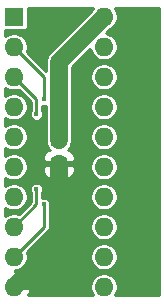
<source format=gbr>
G04 #@! TF.GenerationSoftware,KiCad,Pcbnew,(5.1.5)-3*
G04 #@! TF.CreationDate,2020-06-23T05:32:50-04:00*
G04 #@! TF.ProjectId,dip20soic,64697032-3073-46f6-9963-2e6b69636164,rev?*
G04 #@! TF.SameCoordinates,Original*
G04 #@! TF.FileFunction,Copper,L2,Bot*
G04 #@! TF.FilePolarity,Positive*
%FSLAX46Y46*%
G04 Gerber Fmt 4.6, Leading zero omitted, Abs format (unit mm)*
G04 Created by KiCad (PCBNEW (5.1.5)-3) date 2020-06-23 05:32:50*
%MOMM*%
%LPD*%
G04 APERTURE LIST*
%ADD10C,0.100000*%
%ADD11R,1.600000X1.600000*%
%ADD12O,1.600000X1.600000*%
%ADD13C,0.400000*%
%ADD14C,0.800000*%
%ADD15C,0.250000*%
%ADD16C,1.500000*%
%ADD17C,0.239000*%
G04 APERTURE END LIST*
G04 #@! TA.AperFunction,SMDPad,CuDef*
D10*
G36*
X110964505Y-80951204D02*
G01*
X110988773Y-80954804D01*
X111012572Y-80960765D01*
X111035671Y-80969030D01*
X111057850Y-80979520D01*
X111078893Y-80992132D01*
X111098599Y-81006747D01*
X111116777Y-81023223D01*
X111133253Y-81041401D01*
X111147868Y-81061107D01*
X111160480Y-81082150D01*
X111170970Y-81104329D01*
X111179235Y-81127428D01*
X111185196Y-81151227D01*
X111188796Y-81175495D01*
X111190000Y-81199999D01*
X111190000Y-81850001D01*
X111188796Y-81874505D01*
X111185196Y-81898773D01*
X111179235Y-81922572D01*
X111170970Y-81945671D01*
X111160480Y-81967850D01*
X111147868Y-81988893D01*
X111133253Y-82008599D01*
X111116777Y-82026777D01*
X111098599Y-82043253D01*
X111078893Y-82057868D01*
X111057850Y-82070480D01*
X111035671Y-82080970D01*
X111012572Y-82089235D01*
X110988773Y-82095196D01*
X110964505Y-82098796D01*
X110940001Y-82100000D01*
X110039999Y-82100000D01*
X110015495Y-82098796D01*
X109991227Y-82095196D01*
X109967428Y-82089235D01*
X109944329Y-82080970D01*
X109922150Y-82070480D01*
X109901107Y-82057868D01*
X109881401Y-82043253D01*
X109863223Y-82026777D01*
X109846747Y-82008599D01*
X109832132Y-81988893D01*
X109819520Y-81967850D01*
X109809030Y-81945671D01*
X109800765Y-81922572D01*
X109794804Y-81898773D01*
X109791204Y-81874505D01*
X109790000Y-81850001D01*
X109790000Y-81199999D01*
X109791204Y-81175495D01*
X109794804Y-81151227D01*
X109800765Y-81127428D01*
X109809030Y-81104329D01*
X109819520Y-81082150D01*
X109832132Y-81061107D01*
X109846747Y-81041401D01*
X109863223Y-81023223D01*
X109881401Y-81006747D01*
X109901107Y-80992132D01*
X109922150Y-80979520D01*
X109944329Y-80969030D01*
X109967428Y-80960765D01*
X109991227Y-80954804D01*
X110015495Y-80951204D01*
X110039999Y-80950000D01*
X110940001Y-80950000D01*
X110964505Y-80951204D01*
G37*
G04 #@! TD.AperFunction*
G04 #@! TA.AperFunction,SMDPad,CuDef*
G36*
X110964505Y-83001204D02*
G01*
X110988773Y-83004804D01*
X111012572Y-83010765D01*
X111035671Y-83019030D01*
X111057850Y-83029520D01*
X111078893Y-83042132D01*
X111098599Y-83056747D01*
X111116777Y-83073223D01*
X111133253Y-83091401D01*
X111147868Y-83111107D01*
X111160480Y-83132150D01*
X111170970Y-83154329D01*
X111179235Y-83177428D01*
X111185196Y-83201227D01*
X111188796Y-83225495D01*
X111190000Y-83249999D01*
X111190000Y-83900001D01*
X111188796Y-83924505D01*
X111185196Y-83948773D01*
X111179235Y-83972572D01*
X111170970Y-83995671D01*
X111160480Y-84017850D01*
X111147868Y-84038893D01*
X111133253Y-84058599D01*
X111116777Y-84076777D01*
X111098599Y-84093253D01*
X111078893Y-84107868D01*
X111057850Y-84120480D01*
X111035671Y-84130970D01*
X111012572Y-84139235D01*
X110988773Y-84145196D01*
X110964505Y-84148796D01*
X110940001Y-84150000D01*
X110039999Y-84150000D01*
X110015495Y-84148796D01*
X109991227Y-84145196D01*
X109967428Y-84139235D01*
X109944329Y-84130970D01*
X109922150Y-84120480D01*
X109901107Y-84107868D01*
X109881401Y-84093253D01*
X109863223Y-84076777D01*
X109846747Y-84058599D01*
X109832132Y-84038893D01*
X109819520Y-84017850D01*
X109809030Y-83995671D01*
X109800765Y-83972572D01*
X109794804Y-83948773D01*
X109791204Y-83924505D01*
X109790000Y-83900001D01*
X109790000Y-83249999D01*
X109791204Y-83225495D01*
X109794804Y-83201227D01*
X109800765Y-83177428D01*
X109809030Y-83154329D01*
X109819520Y-83132150D01*
X109832132Y-83111107D01*
X109846747Y-83091401D01*
X109863223Y-83073223D01*
X109881401Y-83056747D01*
X109901107Y-83042132D01*
X109922150Y-83029520D01*
X109944329Y-83019030D01*
X109967428Y-83010765D01*
X109991227Y-83004804D01*
X110015495Y-83001204D01*
X110039999Y-83000000D01*
X110940001Y-83000000D01*
X110964505Y-83001204D01*
G37*
G04 #@! TD.AperFunction*
D11*
X106680000Y-71120000D03*
D12*
X114300000Y-93980000D03*
X106680000Y-73660000D03*
X114300000Y-91440000D03*
X106680000Y-76200000D03*
X114300000Y-88900000D03*
X106680000Y-78740000D03*
X114300000Y-86360000D03*
X106680000Y-81280000D03*
X114300000Y-83820000D03*
X106680000Y-83820000D03*
X114300000Y-81280000D03*
X106680000Y-86360000D03*
X114300000Y-78740000D03*
X106680000Y-88900000D03*
X114300000Y-76200000D03*
X106680000Y-91440000D03*
X114300000Y-73660000D03*
X106680000Y-93980000D03*
X114300000Y-71120000D03*
D13*
X109220000Y-78105000D03*
X108585000Y-79375000D03*
X109220000Y-86995000D03*
X108585000Y-85725000D03*
D14*
X111125000Y-71755000D03*
X117729000Y-71628000D03*
X116586000Y-75438000D03*
X117602000Y-93218000D03*
X108966000Y-73279000D03*
D15*
X109220000Y-76200000D02*
X106680000Y-73660000D01*
X109220000Y-78105000D02*
X109220000Y-76200000D01*
X109220000Y-88900000D02*
X106680000Y-91440000D01*
X109220000Y-86995000D02*
X109220000Y-88900000D01*
X108585000Y-78105000D02*
X106680000Y-76200000D01*
X108585000Y-79375000D02*
X108585000Y-78105000D01*
D16*
X110490000Y-74930000D02*
X114300000Y-71120000D01*
X110490000Y-81525000D02*
X110490000Y-74930000D01*
X110490000Y-90170000D02*
X110490000Y-83575000D01*
X106680000Y-93980000D02*
X110490000Y-90170000D01*
D15*
X108585000Y-86995000D02*
X106680000Y-88900000D01*
X108585000Y-85725000D02*
X108585000Y-86995000D01*
D17*
G36*
X118961500Y-94704500D02*
G01*
X115209220Y-94704500D01*
X115326649Y-94528755D01*
X115413979Y-94317922D01*
X115458500Y-94094102D01*
X115458500Y-93865898D01*
X115413979Y-93642078D01*
X115326649Y-93431245D01*
X115199865Y-93241500D01*
X115038500Y-93080135D01*
X114848755Y-92953351D01*
X114637922Y-92866021D01*
X114414102Y-92821500D01*
X114185898Y-92821500D01*
X113962078Y-92866021D01*
X113751245Y-92953351D01*
X113561500Y-93080135D01*
X113400135Y-93241500D01*
X113273351Y-93431245D01*
X113186021Y-93642078D01*
X113141500Y-93865898D01*
X113141500Y-94094102D01*
X113186021Y-94317922D01*
X113273351Y-94528755D01*
X113390780Y-94704500D01*
X107909738Y-94704500D01*
X108026922Y-94452836D01*
X108062613Y-94335161D01*
X107943486Y-94114500D01*
X106814500Y-94114500D01*
X106814500Y-94134500D01*
X106545500Y-94134500D01*
X106545500Y-94114500D01*
X106525500Y-94114500D01*
X106525500Y-93845500D01*
X106545500Y-93845500D01*
X106545500Y-93825500D01*
X106814500Y-93825500D01*
X106814500Y-93845500D01*
X107943486Y-93845500D01*
X108062613Y-93624839D01*
X108026922Y-93507164D01*
X107908796Y-93253478D01*
X107743448Y-93027712D01*
X107537232Y-92838542D01*
X107298073Y-92693237D01*
X107035162Y-92597382D01*
X106814502Y-92715719D01*
X106814502Y-92594442D01*
X107017922Y-92553979D01*
X107228755Y-92466649D01*
X107418500Y-92339865D01*
X107579865Y-92178500D01*
X107706649Y-91988755D01*
X107793979Y-91777922D01*
X107838500Y-91554102D01*
X107838500Y-91325898D01*
X113141500Y-91325898D01*
X113141500Y-91554102D01*
X113186021Y-91777922D01*
X113273351Y-91988755D01*
X113400135Y-92178500D01*
X113561500Y-92339865D01*
X113751245Y-92466649D01*
X113962078Y-92553979D01*
X114185898Y-92598500D01*
X114414102Y-92598500D01*
X114637922Y-92553979D01*
X114848755Y-92466649D01*
X115038500Y-92339865D01*
X115199865Y-92178500D01*
X115326649Y-91988755D01*
X115413979Y-91777922D01*
X115458500Y-91554102D01*
X115458500Y-91325898D01*
X115413979Y-91102078D01*
X115326649Y-90891245D01*
X115199865Y-90701500D01*
X115038500Y-90540135D01*
X114848755Y-90413351D01*
X114637922Y-90326021D01*
X114414102Y-90281500D01*
X114185898Y-90281500D01*
X113962078Y-90326021D01*
X113751245Y-90413351D01*
X113561500Y-90540135D01*
X113400135Y-90701500D01*
X113273351Y-90891245D01*
X113186021Y-91102078D01*
X113141500Y-91325898D01*
X107838500Y-91325898D01*
X107793979Y-91102078D01*
X107766949Y-91036823D01*
X109545093Y-89258679D01*
X109563540Y-89243540D01*
X109623960Y-89169918D01*
X109668857Y-89085923D01*
X109696504Y-88994782D01*
X109703500Y-88923749D01*
X109703500Y-88923740D01*
X109705838Y-88900001D01*
X109703500Y-88876262D01*
X109703500Y-88785898D01*
X113141500Y-88785898D01*
X113141500Y-89014102D01*
X113186021Y-89237922D01*
X113273351Y-89448755D01*
X113400135Y-89638500D01*
X113561500Y-89799865D01*
X113751245Y-89926649D01*
X113962078Y-90013979D01*
X114185898Y-90058500D01*
X114414102Y-90058500D01*
X114637922Y-90013979D01*
X114848755Y-89926649D01*
X115038500Y-89799865D01*
X115199865Y-89638500D01*
X115326649Y-89448755D01*
X115413979Y-89237922D01*
X115458500Y-89014102D01*
X115458500Y-88785898D01*
X115413979Y-88562078D01*
X115326649Y-88351245D01*
X115199865Y-88161500D01*
X115038500Y-88000135D01*
X114848755Y-87873351D01*
X114637922Y-87786021D01*
X114414102Y-87741500D01*
X114185898Y-87741500D01*
X113962078Y-87786021D01*
X113751245Y-87873351D01*
X113561500Y-88000135D01*
X113400135Y-88161500D01*
X113273351Y-88351245D01*
X113186021Y-88562078D01*
X113141500Y-88785898D01*
X109703500Y-88785898D01*
X109703500Y-87276664D01*
X109714936Y-87259549D01*
X109757037Y-87157908D01*
X109778500Y-87050007D01*
X109778500Y-86939993D01*
X109757037Y-86832092D01*
X109714936Y-86730451D01*
X109653815Y-86638977D01*
X109576023Y-86561185D01*
X109484549Y-86500064D01*
X109382908Y-86457963D01*
X109275007Y-86436500D01*
X109164993Y-86436500D01*
X109068500Y-86455694D01*
X109068500Y-86245898D01*
X113141500Y-86245898D01*
X113141500Y-86474102D01*
X113186021Y-86697922D01*
X113273351Y-86908755D01*
X113400135Y-87098500D01*
X113561500Y-87259865D01*
X113751245Y-87386649D01*
X113962078Y-87473979D01*
X114185898Y-87518500D01*
X114414102Y-87518500D01*
X114637922Y-87473979D01*
X114848755Y-87386649D01*
X115038500Y-87259865D01*
X115199865Y-87098500D01*
X115326649Y-86908755D01*
X115413979Y-86697922D01*
X115458500Y-86474102D01*
X115458500Y-86245898D01*
X115413979Y-86022078D01*
X115326649Y-85811245D01*
X115199865Y-85621500D01*
X115038500Y-85460135D01*
X114848755Y-85333351D01*
X114637922Y-85246021D01*
X114414102Y-85201500D01*
X114185898Y-85201500D01*
X113962078Y-85246021D01*
X113751245Y-85333351D01*
X113561500Y-85460135D01*
X113400135Y-85621500D01*
X113273351Y-85811245D01*
X113186021Y-86022078D01*
X113141500Y-86245898D01*
X109068500Y-86245898D01*
X109068500Y-86006664D01*
X109079936Y-85989549D01*
X109122037Y-85887908D01*
X109143500Y-85780007D01*
X109143500Y-85669993D01*
X109122037Y-85562092D01*
X109079936Y-85460451D01*
X109018815Y-85368977D01*
X108941023Y-85291185D01*
X108849549Y-85230064D01*
X108747908Y-85187963D01*
X108640007Y-85166500D01*
X108529993Y-85166500D01*
X108422092Y-85187963D01*
X108320451Y-85230064D01*
X108228977Y-85291185D01*
X108151185Y-85368977D01*
X108090064Y-85460451D01*
X108047963Y-85562092D01*
X108026500Y-85669993D01*
X108026500Y-85780007D01*
X108047963Y-85887908D01*
X108090064Y-85989549D01*
X108101500Y-86006665D01*
X108101501Y-86794727D01*
X107083177Y-87813051D01*
X107017922Y-87786021D01*
X106794102Y-87741500D01*
X106565898Y-87741500D01*
X106342078Y-87786021D01*
X106131245Y-87873351D01*
X105955500Y-87990780D01*
X105955500Y-87269220D01*
X106131245Y-87386649D01*
X106342078Y-87473979D01*
X106565898Y-87518500D01*
X106794102Y-87518500D01*
X107017922Y-87473979D01*
X107228755Y-87386649D01*
X107418500Y-87259865D01*
X107579865Y-87098500D01*
X107706649Y-86908755D01*
X107793979Y-86697922D01*
X107838500Y-86474102D01*
X107838500Y-86245898D01*
X107793979Y-86022078D01*
X107706649Y-85811245D01*
X107579865Y-85621500D01*
X107418500Y-85460135D01*
X107228755Y-85333351D01*
X107017922Y-85246021D01*
X106794102Y-85201500D01*
X106565898Y-85201500D01*
X106342078Y-85246021D01*
X106131245Y-85333351D01*
X105955500Y-85450780D01*
X105955500Y-84729220D01*
X106131245Y-84846649D01*
X106342078Y-84933979D01*
X106565898Y-84978500D01*
X106794102Y-84978500D01*
X107017922Y-84933979D01*
X107228755Y-84846649D01*
X107418500Y-84719865D01*
X107579865Y-84558500D01*
X107706649Y-84368755D01*
X107793979Y-84157922D01*
X107795554Y-84150000D01*
X109159464Y-84150000D01*
X109171580Y-84273011D01*
X109207461Y-84391296D01*
X109265728Y-84500307D01*
X109344144Y-84595856D01*
X109439693Y-84674272D01*
X109548704Y-84732539D01*
X109666989Y-84768420D01*
X109790000Y-84780536D01*
X110198625Y-84777500D01*
X110355500Y-84620625D01*
X110355500Y-83709500D01*
X110624500Y-83709500D01*
X110624500Y-84620625D01*
X110781375Y-84777500D01*
X111190000Y-84780536D01*
X111313011Y-84768420D01*
X111431296Y-84732539D01*
X111540307Y-84674272D01*
X111635856Y-84595856D01*
X111714272Y-84500307D01*
X111772539Y-84391296D01*
X111808420Y-84273011D01*
X111820536Y-84150000D01*
X111817500Y-83866375D01*
X111660625Y-83709500D01*
X110624500Y-83709500D01*
X110355500Y-83709500D01*
X109319375Y-83709500D01*
X109162500Y-83866375D01*
X109159464Y-84150000D01*
X107795554Y-84150000D01*
X107838500Y-83934102D01*
X107838500Y-83705898D01*
X113141500Y-83705898D01*
X113141500Y-83934102D01*
X113186021Y-84157922D01*
X113273351Y-84368755D01*
X113400135Y-84558500D01*
X113561500Y-84719865D01*
X113751245Y-84846649D01*
X113962078Y-84933979D01*
X114185898Y-84978500D01*
X114414102Y-84978500D01*
X114637922Y-84933979D01*
X114848755Y-84846649D01*
X115038500Y-84719865D01*
X115199865Y-84558500D01*
X115326649Y-84368755D01*
X115413979Y-84157922D01*
X115458500Y-83934102D01*
X115458500Y-83705898D01*
X115413979Y-83482078D01*
X115326649Y-83271245D01*
X115199865Y-83081500D01*
X115038500Y-82920135D01*
X114848755Y-82793351D01*
X114637922Y-82706021D01*
X114414102Y-82661500D01*
X114185898Y-82661500D01*
X113962078Y-82706021D01*
X113751245Y-82793351D01*
X113561500Y-82920135D01*
X113400135Y-83081500D01*
X113273351Y-83271245D01*
X113186021Y-83482078D01*
X113141500Y-83705898D01*
X107838500Y-83705898D01*
X107793979Y-83482078D01*
X107706649Y-83271245D01*
X107579865Y-83081500D01*
X107418500Y-82920135D01*
X107228755Y-82793351D01*
X107017922Y-82706021D01*
X106794102Y-82661500D01*
X106565898Y-82661500D01*
X106342078Y-82706021D01*
X106131245Y-82793351D01*
X105955500Y-82910780D01*
X105955500Y-82189220D01*
X106131245Y-82306649D01*
X106342078Y-82393979D01*
X106565898Y-82438500D01*
X106794102Y-82438500D01*
X107017922Y-82393979D01*
X107228755Y-82306649D01*
X107418500Y-82179865D01*
X107579865Y-82018500D01*
X107706649Y-81828755D01*
X107793979Y-81617922D01*
X107838500Y-81394102D01*
X107838500Y-81165898D01*
X107793979Y-80942078D01*
X107706649Y-80731245D01*
X107579865Y-80541500D01*
X107418500Y-80380135D01*
X107228755Y-80253351D01*
X107017922Y-80166021D01*
X106794102Y-80121500D01*
X106565898Y-80121500D01*
X106342078Y-80166021D01*
X106131245Y-80253351D01*
X105955500Y-80370780D01*
X105955500Y-79649220D01*
X106131245Y-79766649D01*
X106342078Y-79853979D01*
X106565898Y-79898500D01*
X106794102Y-79898500D01*
X107017922Y-79853979D01*
X107228755Y-79766649D01*
X107418500Y-79639865D01*
X107579865Y-79478500D01*
X107706649Y-79288755D01*
X107793979Y-79077922D01*
X107838500Y-78854102D01*
X107838500Y-78625898D01*
X107793979Y-78402078D01*
X107706649Y-78191245D01*
X107579865Y-78001500D01*
X107418500Y-77840135D01*
X107228755Y-77713351D01*
X107017922Y-77626021D01*
X106794102Y-77581500D01*
X106565898Y-77581500D01*
X106342078Y-77626021D01*
X106131245Y-77713351D01*
X105955500Y-77830780D01*
X105955500Y-77109220D01*
X106131245Y-77226649D01*
X106342078Y-77313979D01*
X106565898Y-77358500D01*
X106794102Y-77358500D01*
X107017922Y-77313979D01*
X107083177Y-77286949D01*
X108101501Y-78305273D01*
X108101500Y-79093335D01*
X108090064Y-79110451D01*
X108047963Y-79212092D01*
X108026500Y-79319993D01*
X108026500Y-79430007D01*
X108047963Y-79537908D01*
X108090064Y-79639549D01*
X108151185Y-79731023D01*
X108228977Y-79808815D01*
X108320451Y-79869936D01*
X108422092Y-79912037D01*
X108529993Y-79933500D01*
X108640007Y-79933500D01*
X108747908Y-79912037D01*
X108849549Y-79869936D01*
X108941023Y-79808815D01*
X109018815Y-79731023D01*
X109079936Y-79639549D01*
X109122037Y-79537908D01*
X109143500Y-79430007D01*
X109143500Y-79319993D01*
X109122037Y-79212092D01*
X109079936Y-79110451D01*
X109068500Y-79093336D01*
X109068500Y-78644306D01*
X109164993Y-78663500D01*
X109275007Y-78663500D01*
X109381500Y-78642317D01*
X109381500Y-81579449D01*
X109397540Y-81742303D01*
X109429766Y-81848538D01*
X109429766Y-81850001D01*
X109441491Y-81969052D01*
X109476217Y-82083527D01*
X109532609Y-82189028D01*
X109608499Y-82281501D01*
X109700972Y-82357391D01*
X109733897Y-82374990D01*
X109666989Y-82381580D01*
X109548704Y-82417461D01*
X109439693Y-82475728D01*
X109344144Y-82554144D01*
X109265728Y-82649693D01*
X109207461Y-82758704D01*
X109171580Y-82876989D01*
X109159464Y-83000000D01*
X109162500Y-83283625D01*
X109319375Y-83440500D01*
X110355500Y-83440500D01*
X110355500Y-83420500D01*
X110624500Y-83420500D01*
X110624500Y-83440500D01*
X111660625Y-83440500D01*
X111817500Y-83283625D01*
X111820536Y-83000000D01*
X111808420Y-82876989D01*
X111772539Y-82758704D01*
X111714272Y-82649693D01*
X111635856Y-82554144D01*
X111540307Y-82475728D01*
X111431296Y-82417461D01*
X111313011Y-82381580D01*
X111246103Y-82374990D01*
X111279028Y-82357391D01*
X111371501Y-82281501D01*
X111447391Y-82189028D01*
X111503783Y-82083527D01*
X111538509Y-81969052D01*
X111550234Y-81850001D01*
X111550234Y-81848539D01*
X111582460Y-81742304D01*
X111598500Y-81579450D01*
X111598500Y-81165898D01*
X113141500Y-81165898D01*
X113141500Y-81394102D01*
X113186021Y-81617922D01*
X113273351Y-81828755D01*
X113400135Y-82018500D01*
X113561500Y-82179865D01*
X113751245Y-82306649D01*
X113962078Y-82393979D01*
X114185898Y-82438500D01*
X114414102Y-82438500D01*
X114637922Y-82393979D01*
X114848755Y-82306649D01*
X115038500Y-82179865D01*
X115199865Y-82018500D01*
X115326649Y-81828755D01*
X115413979Y-81617922D01*
X115458500Y-81394102D01*
X115458500Y-81165898D01*
X115413979Y-80942078D01*
X115326649Y-80731245D01*
X115199865Y-80541500D01*
X115038500Y-80380135D01*
X114848755Y-80253351D01*
X114637922Y-80166021D01*
X114414102Y-80121500D01*
X114185898Y-80121500D01*
X113962078Y-80166021D01*
X113751245Y-80253351D01*
X113561500Y-80380135D01*
X113400135Y-80541500D01*
X113273351Y-80731245D01*
X113186021Y-80942078D01*
X113141500Y-81165898D01*
X111598500Y-81165898D01*
X111598500Y-78625898D01*
X113141500Y-78625898D01*
X113141500Y-78854102D01*
X113186021Y-79077922D01*
X113273351Y-79288755D01*
X113400135Y-79478500D01*
X113561500Y-79639865D01*
X113751245Y-79766649D01*
X113962078Y-79853979D01*
X114185898Y-79898500D01*
X114414102Y-79898500D01*
X114637922Y-79853979D01*
X114848755Y-79766649D01*
X115038500Y-79639865D01*
X115199865Y-79478500D01*
X115326649Y-79288755D01*
X115413979Y-79077922D01*
X115458500Y-78854102D01*
X115458500Y-78625898D01*
X115413979Y-78402078D01*
X115326649Y-78191245D01*
X115199865Y-78001500D01*
X115038500Y-77840135D01*
X114848755Y-77713351D01*
X114637922Y-77626021D01*
X114414102Y-77581500D01*
X114185898Y-77581500D01*
X113962078Y-77626021D01*
X113751245Y-77713351D01*
X113561500Y-77840135D01*
X113400135Y-78001500D01*
X113273351Y-78191245D01*
X113186021Y-78402078D01*
X113141500Y-78625898D01*
X111598500Y-78625898D01*
X111598500Y-76085898D01*
X113141500Y-76085898D01*
X113141500Y-76314102D01*
X113186021Y-76537922D01*
X113273351Y-76748755D01*
X113400135Y-76938500D01*
X113561500Y-77099865D01*
X113751245Y-77226649D01*
X113962078Y-77313979D01*
X114185898Y-77358500D01*
X114414102Y-77358500D01*
X114637922Y-77313979D01*
X114848755Y-77226649D01*
X115038500Y-77099865D01*
X115199865Y-76938500D01*
X115326649Y-76748755D01*
X115413979Y-76537922D01*
X115458500Y-76314102D01*
X115458500Y-76085898D01*
X115413979Y-75862078D01*
X115326649Y-75651245D01*
X115199865Y-75461500D01*
X115038500Y-75300135D01*
X114848755Y-75173351D01*
X114637922Y-75086021D01*
X114414102Y-75041500D01*
X114185898Y-75041500D01*
X113962078Y-75086021D01*
X113751245Y-75173351D01*
X113561500Y-75300135D01*
X113400135Y-75461500D01*
X113273351Y-75651245D01*
X113186021Y-75862078D01*
X113141500Y-76085898D01*
X111598500Y-76085898D01*
X111598500Y-75389154D01*
X113153454Y-73834201D01*
X113186021Y-73997922D01*
X113273351Y-74208755D01*
X113400135Y-74398500D01*
X113561500Y-74559865D01*
X113751245Y-74686649D01*
X113962078Y-74773979D01*
X114185898Y-74818500D01*
X114414102Y-74818500D01*
X114637922Y-74773979D01*
X114848755Y-74686649D01*
X115038500Y-74559865D01*
X115199865Y-74398500D01*
X115326649Y-74208755D01*
X115413979Y-73997922D01*
X115458500Y-73774102D01*
X115458500Y-73545898D01*
X115413979Y-73322078D01*
X115326649Y-73111245D01*
X115199865Y-72921500D01*
X115038500Y-72760135D01*
X114848755Y-72633351D01*
X114637922Y-72546021D01*
X114474201Y-72513455D01*
X114835528Y-72152128D01*
X114848755Y-72146649D01*
X115038500Y-72019865D01*
X115199865Y-71858500D01*
X115326649Y-71668755D01*
X115413979Y-71457922D01*
X115458500Y-71234102D01*
X115458500Y-71005898D01*
X115413979Y-70782078D01*
X115326649Y-70571245D01*
X115209220Y-70395500D01*
X118961501Y-70395500D01*
X118961500Y-94704500D01*
G37*
X118961500Y-94704500D02*
X115209220Y-94704500D01*
X115326649Y-94528755D01*
X115413979Y-94317922D01*
X115458500Y-94094102D01*
X115458500Y-93865898D01*
X115413979Y-93642078D01*
X115326649Y-93431245D01*
X115199865Y-93241500D01*
X115038500Y-93080135D01*
X114848755Y-92953351D01*
X114637922Y-92866021D01*
X114414102Y-92821500D01*
X114185898Y-92821500D01*
X113962078Y-92866021D01*
X113751245Y-92953351D01*
X113561500Y-93080135D01*
X113400135Y-93241500D01*
X113273351Y-93431245D01*
X113186021Y-93642078D01*
X113141500Y-93865898D01*
X113141500Y-94094102D01*
X113186021Y-94317922D01*
X113273351Y-94528755D01*
X113390780Y-94704500D01*
X107909738Y-94704500D01*
X108026922Y-94452836D01*
X108062613Y-94335161D01*
X107943486Y-94114500D01*
X106814500Y-94114500D01*
X106814500Y-94134500D01*
X106545500Y-94134500D01*
X106545500Y-94114500D01*
X106525500Y-94114500D01*
X106525500Y-93845500D01*
X106545500Y-93845500D01*
X106545500Y-93825500D01*
X106814500Y-93825500D01*
X106814500Y-93845500D01*
X107943486Y-93845500D01*
X108062613Y-93624839D01*
X108026922Y-93507164D01*
X107908796Y-93253478D01*
X107743448Y-93027712D01*
X107537232Y-92838542D01*
X107298073Y-92693237D01*
X107035162Y-92597382D01*
X106814502Y-92715719D01*
X106814502Y-92594442D01*
X107017922Y-92553979D01*
X107228755Y-92466649D01*
X107418500Y-92339865D01*
X107579865Y-92178500D01*
X107706649Y-91988755D01*
X107793979Y-91777922D01*
X107838500Y-91554102D01*
X107838500Y-91325898D01*
X113141500Y-91325898D01*
X113141500Y-91554102D01*
X113186021Y-91777922D01*
X113273351Y-91988755D01*
X113400135Y-92178500D01*
X113561500Y-92339865D01*
X113751245Y-92466649D01*
X113962078Y-92553979D01*
X114185898Y-92598500D01*
X114414102Y-92598500D01*
X114637922Y-92553979D01*
X114848755Y-92466649D01*
X115038500Y-92339865D01*
X115199865Y-92178500D01*
X115326649Y-91988755D01*
X115413979Y-91777922D01*
X115458500Y-91554102D01*
X115458500Y-91325898D01*
X115413979Y-91102078D01*
X115326649Y-90891245D01*
X115199865Y-90701500D01*
X115038500Y-90540135D01*
X114848755Y-90413351D01*
X114637922Y-90326021D01*
X114414102Y-90281500D01*
X114185898Y-90281500D01*
X113962078Y-90326021D01*
X113751245Y-90413351D01*
X113561500Y-90540135D01*
X113400135Y-90701500D01*
X113273351Y-90891245D01*
X113186021Y-91102078D01*
X113141500Y-91325898D01*
X107838500Y-91325898D01*
X107793979Y-91102078D01*
X107766949Y-91036823D01*
X109545093Y-89258679D01*
X109563540Y-89243540D01*
X109623960Y-89169918D01*
X109668857Y-89085923D01*
X109696504Y-88994782D01*
X109703500Y-88923749D01*
X109703500Y-88923740D01*
X109705838Y-88900001D01*
X109703500Y-88876262D01*
X109703500Y-88785898D01*
X113141500Y-88785898D01*
X113141500Y-89014102D01*
X113186021Y-89237922D01*
X113273351Y-89448755D01*
X113400135Y-89638500D01*
X113561500Y-89799865D01*
X113751245Y-89926649D01*
X113962078Y-90013979D01*
X114185898Y-90058500D01*
X114414102Y-90058500D01*
X114637922Y-90013979D01*
X114848755Y-89926649D01*
X115038500Y-89799865D01*
X115199865Y-89638500D01*
X115326649Y-89448755D01*
X115413979Y-89237922D01*
X115458500Y-89014102D01*
X115458500Y-88785898D01*
X115413979Y-88562078D01*
X115326649Y-88351245D01*
X115199865Y-88161500D01*
X115038500Y-88000135D01*
X114848755Y-87873351D01*
X114637922Y-87786021D01*
X114414102Y-87741500D01*
X114185898Y-87741500D01*
X113962078Y-87786021D01*
X113751245Y-87873351D01*
X113561500Y-88000135D01*
X113400135Y-88161500D01*
X113273351Y-88351245D01*
X113186021Y-88562078D01*
X113141500Y-88785898D01*
X109703500Y-88785898D01*
X109703500Y-87276664D01*
X109714936Y-87259549D01*
X109757037Y-87157908D01*
X109778500Y-87050007D01*
X109778500Y-86939993D01*
X109757037Y-86832092D01*
X109714936Y-86730451D01*
X109653815Y-86638977D01*
X109576023Y-86561185D01*
X109484549Y-86500064D01*
X109382908Y-86457963D01*
X109275007Y-86436500D01*
X109164993Y-86436500D01*
X109068500Y-86455694D01*
X109068500Y-86245898D01*
X113141500Y-86245898D01*
X113141500Y-86474102D01*
X113186021Y-86697922D01*
X113273351Y-86908755D01*
X113400135Y-87098500D01*
X113561500Y-87259865D01*
X113751245Y-87386649D01*
X113962078Y-87473979D01*
X114185898Y-87518500D01*
X114414102Y-87518500D01*
X114637922Y-87473979D01*
X114848755Y-87386649D01*
X115038500Y-87259865D01*
X115199865Y-87098500D01*
X115326649Y-86908755D01*
X115413979Y-86697922D01*
X115458500Y-86474102D01*
X115458500Y-86245898D01*
X115413979Y-86022078D01*
X115326649Y-85811245D01*
X115199865Y-85621500D01*
X115038500Y-85460135D01*
X114848755Y-85333351D01*
X114637922Y-85246021D01*
X114414102Y-85201500D01*
X114185898Y-85201500D01*
X113962078Y-85246021D01*
X113751245Y-85333351D01*
X113561500Y-85460135D01*
X113400135Y-85621500D01*
X113273351Y-85811245D01*
X113186021Y-86022078D01*
X113141500Y-86245898D01*
X109068500Y-86245898D01*
X109068500Y-86006664D01*
X109079936Y-85989549D01*
X109122037Y-85887908D01*
X109143500Y-85780007D01*
X109143500Y-85669993D01*
X109122037Y-85562092D01*
X109079936Y-85460451D01*
X109018815Y-85368977D01*
X108941023Y-85291185D01*
X108849549Y-85230064D01*
X108747908Y-85187963D01*
X108640007Y-85166500D01*
X108529993Y-85166500D01*
X108422092Y-85187963D01*
X108320451Y-85230064D01*
X108228977Y-85291185D01*
X108151185Y-85368977D01*
X108090064Y-85460451D01*
X108047963Y-85562092D01*
X108026500Y-85669993D01*
X108026500Y-85780007D01*
X108047963Y-85887908D01*
X108090064Y-85989549D01*
X108101500Y-86006665D01*
X108101501Y-86794727D01*
X107083177Y-87813051D01*
X107017922Y-87786021D01*
X106794102Y-87741500D01*
X106565898Y-87741500D01*
X106342078Y-87786021D01*
X106131245Y-87873351D01*
X105955500Y-87990780D01*
X105955500Y-87269220D01*
X106131245Y-87386649D01*
X106342078Y-87473979D01*
X106565898Y-87518500D01*
X106794102Y-87518500D01*
X107017922Y-87473979D01*
X107228755Y-87386649D01*
X107418500Y-87259865D01*
X107579865Y-87098500D01*
X107706649Y-86908755D01*
X107793979Y-86697922D01*
X107838500Y-86474102D01*
X107838500Y-86245898D01*
X107793979Y-86022078D01*
X107706649Y-85811245D01*
X107579865Y-85621500D01*
X107418500Y-85460135D01*
X107228755Y-85333351D01*
X107017922Y-85246021D01*
X106794102Y-85201500D01*
X106565898Y-85201500D01*
X106342078Y-85246021D01*
X106131245Y-85333351D01*
X105955500Y-85450780D01*
X105955500Y-84729220D01*
X106131245Y-84846649D01*
X106342078Y-84933979D01*
X106565898Y-84978500D01*
X106794102Y-84978500D01*
X107017922Y-84933979D01*
X107228755Y-84846649D01*
X107418500Y-84719865D01*
X107579865Y-84558500D01*
X107706649Y-84368755D01*
X107793979Y-84157922D01*
X107795554Y-84150000D01*
X109159464Y-84150000D01*
X109171580Y-84273011D01*
X109207461Y-84391296D01*
X109265728Y-84500307D01*
X109344144Y-84595856D01*
X109439693Y-84674272D01*
X109548704Y-84732539D01*
X109666989Y-84768420D01*
X109790000Y-84780536D01*
X110198625Y-84777500D01*
X110355500Y-84620625D01*
X110355500Y-83709500D01*
X110624500Y-83709500D01*
X110624500Y-84620625D01*
X110781375Y-84777500D01*
X111190000Y-84780536D01*
X111313011Y-84768420D01*
X111431296Y-84732539D01*
X111540307Y-84674272D01*
X111635856Y-84595856D01*
X111714272Y-84500307D01*
X111772539Y-84391296D01*
X111808420Y-84273011D01*
X111820536Y-84150000D01*
X111817500Y-83866375D01*
X111660625Y-83709500D01*
X110624500Y-83709500D01*
X110355500Y-83709500D01*
X109319375Y-83709500D01*
X109162500Y-83866375D01*
X109159464Y-84150000D01*
X107795554Y-84150000D01*
X107838500Y-83934102D01*
X107838500Y-83705898D01*
X113141500Y-83705898D01*
X113141500Y-83934102D01*
X113186021Y-84157922D01*
X113273351Y-84368755D01*
X113400135Y-84558500D01*
X113561500Y-84719865D01*
X113751245Y-84846649D01*
X113962078Y-84933979D01*
X114185898Y-84978500D01*
X114414102Y-84978500D01*
X114637922Y-84933979D01*
X114848755Y-84846649D01*
X115038500Y-84719865D01*
X115199865Y-84558500D01*
X115326649Y-84368755D01*
X115413979Y-84157922D01*
X115458500Y-83934102D01*
X115458500Y-83705898D01*
X115413979Y-83482078D01*
X115326649Y-83271245D01*
X115199865Y-83081500D01*
X115038500Y-82920135D01*
X114848755Y-82793351D01*
X114637922Y-82706021D01*
X114414102Y-82661500D01*
X114185898Y-82661500D01*
X113962078Y-82706021D01*
X113751245Y-82793351D01*
X113561500Y-82920135D01*
X113400135Y-83081500D01*
X113273351Y-83271245D01*
X113186021Y-83482078D01*
X113141500Y-83705898D01*
X107838500Y-83705898D01*
X107793979Y-83482078D01*
X107706649Y-83271245D01*
X107579865Y-83081500D01*
X107418500Y-82920135D01*
X107228755Y-82793351D01*
X107017922Y-82706021D01*
X106794102Y-82661500D01*
X106565898Y-82661500D01*
X106342078Y-82706021D01*
X106131245Y-82793351D01*
X105955500Y-82910780D01*
X105955500Y-82189220D01*
X106131245Y-82306649D01*
X106342078Y-82393979D01*
X106565898Y-82438500D01*
X106794102Y-82438500D01*
X107017922Y-82393979D01*
X107228755Y-82306649D01*
X107418500Y-82179865D01*
X107579865Y-82018500D01*
X107706649Y-81828755D01*
X107793979Y-81617922D01*
X107838500Y-81394102D01*
X107838500Y-81165898D01*
X107793979Y-80942078D01*
X107706649Y-80731245D01*
X107579865Y-80541500D01*
X107418500Y-80380135D01*
X107228755Y-80253351D01*
X107017922Y-80166021D01*
X106794102Y-80121500D01*
X106565898Y-80121500D01*
X106342078Y-80166021D01*
X106131245Y-80253351D01*
X105955500Y-80370780D01*
X105955500Y-79649220D01*
X106131245Y-79766649D01*
X106342078Y-79853979D01*
X106565898Y-79898500D01*
X106794102Y-79898500D01*
X107017922Y-79853979D01*
X107228755Y-79766649D01*
X107418500Y-79639865D01*
X107579865Y-79478500D01*
X107706649Y-79288755D01*
X107793979Y-79077922D01*
X107838500Y-78854102D01*
X107838500Y-78625898D01*
X107793979Y-78402078D01*
X107706649Y-78191245D01*
X107579865Y-78001500D01*
X107418500Y-77840135D01*
X107228755Y-77713351D01*
X107017922Y-77626021D01*
X106794102Y-77581500D01*
X106565898Y-77581500D01*
X106342078Y-77626021D01*
X106131245Y-77713351D01*
X105955500Y-77830780D01*
X105955500Y-77109220D01*
X106131245Y-77226649D01*
X106342078Y-77313979D01*
X106565898Y-77358500D01*
X106794102Y-77358500D01*
X107017922Y-77313979D01*
X107083177Y-77286949D01*
X108101501Y-78305273D01*
X108101500Y-79093335D01*
X108090064Y-79110451D01*
X108047963Y-79212092D01*
X108026500Y-79319993D01*
X108026500Y-79430007D01*
X108047963Y-79537908D01*
X108090064Y-79639549D01*
X108151185Y-79731023D01*
X108228977Y-79808815D01*
X108320451Y-79869936D01*
X108422092Y-79912037D01*
X108529993Y-79933500D01*
X108640007Y-79933500D01*
X108747908Y-79912037D01*
X108849549Y-79869936D01*
X108941023Y-79808815D01*
X109018815Y-79731023D01*
X109079936Y-79639549D01*
X109122037Y-79537908D01*
X109143500Y-79430007D01*
X109143500Y-79319993D01*
X109122037Y-79212092D01*
X109079936Y-79110451D01*
X109068500Y-79093336D01*
X109068500Y-78644306D01*
X109164993Y-78663500D01*
X109275007Y-78663500D01*
X109381500Y-78642317D01*
X109381500Y-81579449D01*
X109397540Y-81742303D01*
X109429766Y-81848538D01*
X109429766Y-81850001D01*
X109441491Y-81969052D01*
X109476217Y-82083527D01*
X109532609Y-82189028D01*
X109608499Y-82281501D01*
X109700972Y-82357391D01*
X109733897Y-82374990D01*
X109666989Y-82381580D01*
X109548704Y-82417461D01*
X109439693Y-82475728D01*
X109344144Y-82554144D01*
X109265728Y-82649693D01*
X109207461Y-82758704D01*
X109171580Y-82876989D01*
X109159464Y-83000000D01*
X109162500Y-83283625D01*
X109319375Y-83440500D01*
X110355500Y-83440500D01*
X110355500Y-83420500D01*
X110624500Y-83420500D01*
X110624500Y-83440500D01*
X111660625Y-83440500D01*
X111817500Y-83283625D01*
X111820536Y-83000000D01*
X111808420Y-82876989D01*
X111772539Y-82758704D01*
X111714272Y-82649693D01*
X111635856Y-82554144D01*
X111540307Y-82475728D01*
X111431296Y-82417461D01*
X111313011Y-82381580D01*
X111246103Y-82374990D01*
X111279028Y-82357391D01*
X111371501Y-82281501D01*
X111447391Y-82189028D01*
X111503783Y-82083527D01*
X111538509Y-81969052D01*
X111550234Y-81850001D01*
X111550234Y-81848539D01*
X111582460Y-81742304D01*
X111598500Y-81579450D01*
X111598500Y-81165898D01*
X113141500Y-81165898D01*
X113141500Y-81394102D01*
X113186021Y-81617922D01*
X113273351Y-81828755D01*
X113400135Y-82018500D01*
X113561500Y-82179865D01*
X113751245Y-82306649D01*
X113962078Y-82393979D01*
X114185898Y-82438500D01*
X114414102Y-82438500D01*
X114637922Y-82393979D01*
X114848755Y-82306649D01*
X115038500Y-82179865D01*
X115199865Y-82018500D01*
X115326649Y-81828755D01*
X115413979Y-81617922D01*
X115458500Y-81394102D01*
X115458500Y-81165898D01*
X115413979Y-80942078D01*
X115326649Y-80731245D01*
X115199865Y-80541500D01*
X115038500Y-80380135D01*
X114848755Y-80253351D01*
X114637922Y-80166021D01*
X114414102Y-80121500D01*
X114185898Y-80121500D01*
X113962078Y-80166021D01*
X113751245Y-80253351D01*
X113561500Y-80380135D01*
X113400135Y-80541500D01*
X113273351Y-80731245D01*
X113186021Y-80942078D01*
X113141500Y-81165898D01*
X111598500Y-81165898D01*
X111598500Y-78625898D01*
X113141500Y-78625898D01*
X113141500Y-78854102D01*
X113186021Y-79077922D01*
X113273351Y-79288755D01*
X113400135Y-79478500D01*
X113561500Y-79639865D01*
X113751245Y-79766649D01*
X113962078Y-79853979D01*
X114185898Y-79898500D01*
X114414102Y-79898500D01*
X114637922Y-79853979D01*
X114848755Y-79766649D01*
X115038500Y-79639865D01*
X115199865Y-79478500D01*
X115326649Y-79288755D01*
X115413979Y-79077922D01*
X115458500Y-78854102D01*
X115458500Y-78625898D01*
X115413979Y-78402078D01*
X115326649Y-78191245D01*
X115199865Y-78001500D01*
X115038500Y-77840135D01*
X114848755Y-77713351D01*
X114637922Y-77626021D01*
X114414102Y-77581500D01*
X114185898Y-77581500D01*
X113962078Y-77626021D01*
X113751245Y-77713351D01*
X113561500Y-77840135D01*
X113400135Y-78001500D01*
X113273351Y-78191245D01*
X113186021Y-78402078D01*
X113141500Y-78625898D01*
X111598500Y-78625898D01*
X111598500Y-76085898D01*
X113141500Y-76085898D01*
X113141500Y-76314102D01*
X113186021Y-76537922D01*
X113273351Y-76748755D01*
X113400135Y-76938500D01*
X113561500Y-77099865D01*
X113751245Y-77226649D01*
X113962078Y-77313979D01*
X114185898Y-77358500D01*
X114414102Y-77358500D01*
X114637922Y-77313979D01*
X114848755Y-77226649D01*
X115038500Y-77099865D01*
X115199865Y-76938500D01*
X115326649Y-76748755D01*
X115413979Y-76537922D01*
X115458500Y-76314102D01*
X115458500Y-76085898D01*
X115413979Y-75862078D01*
X115326649Y-75651245D01*
X115199865Y-75461500D01*
X115038500Y-75300135D01*
X114848755Y-75173351D01*
X114637922Y-75086021D01*
X114414102Y-75041500D01*
X114185898Y-75041500D01*
X113962078Y-75086021D01*
X113751245Y-75173351D01*
X113561500Y-75300135D01*
X113400135Y-75461500D01*
X113273351Y-75651245D01*
X113186021Y-75862078D01*
X113141500Y-76085898D01*
X111598500Y-76085898D01*
X111598500Y-75389154D01*
X113153454Y-73834201D01*
X113186021Y-73997922D01*
X113273351Y-74208755D01*
X113400135Y-74398500D01*
X113561500Y-74559865D01*
X113751245Y-74686649D01*
X113962078Y-74773979D01*
X114185898Y-74818500D01*
X114414102Y-74818500D01*
X114637922Y-74773979D01*
X114848755Y-74686649D01*
X115038500Y-74559865D01*
X115199865Y-74398500D01*
X115326649Y-74208755D01*
X115413979Y-73997922D01*
X115458500Y-73774102D01*
X115458500Y-73545898D01*
X115413979Y-73322078D01*
X115326649Y-73111245D01*
X115199865Y-72921500D01*
X115038500Y-72760135D01*
X114848755Y-72633351D01*
X114637922Y-72546021D01*
X114474201Y-72513455D01*
X114835528Y-72152128D01*
X114848755Y-72146649D01*
X115038500Y-72019865D01*
X115199865Y-71858500D01*
X115326649Y-71668755D01*
X115413979Y-71457922D01*
X115458500Y-71234102D01*
X115458500Y-71005898D01*
X115413979Y-70782078D01*
X115326649Y-70571245D01*
X115209220Y-70395500D01*
X118961501Y-70395500D01*
X118961500Y-94704500D01*
G36*
X113273351Y-70571245D02*
G01*
X113267872Y-70584472D01*
X109744679Y-74107667D01*
X109702381Y-74142380D01*
X109647909Y-74208755D01*
X109563857Y-74311172D01*
X109460925Y-74503744D01*
X109397540Y-74712697D01*
X109376138Y-74930000D01*
X109381501Y-74984453D01*
X109381501Y-75677729D01*
X107766949Y-74063177D01*
X107793979Y-73997922D01*
X107838500Y-73774102D01*
X107838500Y-73545898D01*
X107793979Y-73322078D01*
X107706649Y-73111245D01*
X107579865Y-72921500D01*
X107418500Y-72760135D01*
X107228755Y-72633351D01*
X107017922Y-72546021D01*
X106794102Y-72501500D01*
X106565898Y-72501500D01*
X106342078Y-72546021D01*
X106131245Y-72633351D01*
X105955500Y-72750780D01*
X105955500Y-72280234D01*
X107480000Y-72280234D01*
X107550278Y-72273312D01*
X107617856Y-72252813D01*
X107680135Y-72219524D01*
X107734724Y-72174724D01*
X107779524Y-72120135D01*
X107812813Y-72057856D01*
X107833312Y-71990278D01*
X107840234Y-71920000D01*
X107840234Y-70395500D01*
X113390780Y-70395500D01*
X113273351Y-70571245D01*
G37*
X113273351Y-70571245D02*
X113267872Y-70584472D01*
X109744679Y-74107667D01*
X109702381Y-74142380D01*
X109647909Y-74208755D01*
X109563857Y-74311172D01*
X109460925Y-74503744D01*
X109397540Y-74712697D01*
X109376138Y-74930000D01*
X109381501Y-74984453D01*
X109381501Y-75677729D01*
X107766949Y-74063177D01*
X107793979Y-73997922D01*
X107838500Y-73774102D01*
X107838500Y-73545898D01*
X107793979Y-73322078D01*
X107706649Y-73111245D01*
X107579865Y-72921500D01*
X107418500Y-72760135D01*
X107228755Y-72633351D01*
X107017922Y-72546021D01*
X106794102Y-72501500D01*
X106565898Y-72501500D01*
X106342078Y-72546021D01*
X106131245Y-72633351D01*
X105955500Y-72750780D01*
X105955500Y-72280234D01*
X107480000Y-72280234D01*
X107550278Y-72273312D01*
X107617856Y-72252813D01*
X107680135Y-72219524D01*
X107734724Y-72174724D01*
X107779524Y-72120135D01*
X107812813Y-72057856D01*
X107833312Y-71990278D01*
X107840234Y-71920000D01*
X107840234Y-70395500D01*
X113390780Y-70395500D01*
X113273351Y-70571245D01*
M02*

</source>
